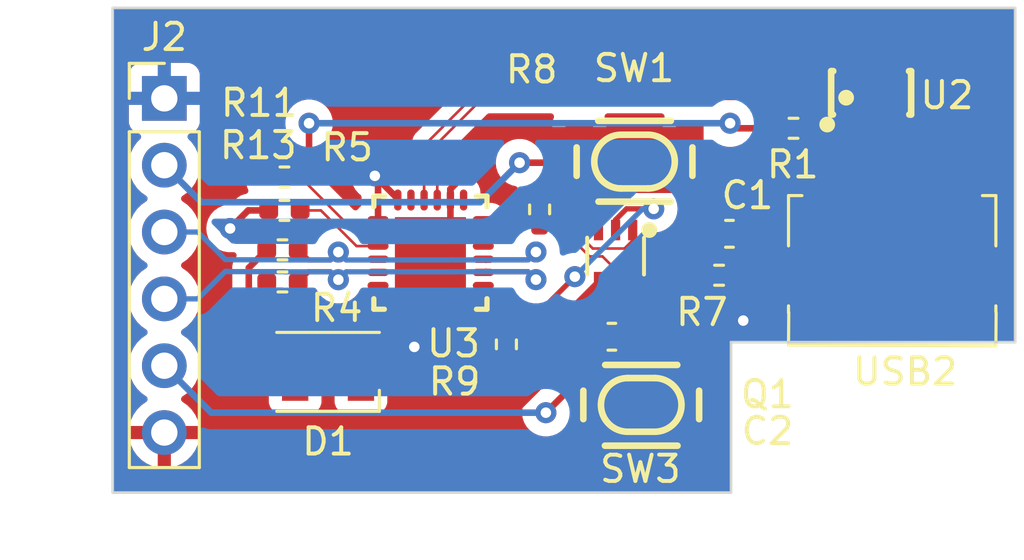
<source format=kicad_pcb>
(kicad_pcb (version 20221018) (generator pcbnew)
  (layers (0 "F.Cu" signal) (31 "B.Cu" signal) (34 "B.Paste" user) (35 "F.Paste" user) (36 "B.SilkS" user "B.Silkscreen") (37 "F.SilkS" user "F.Silkscreen") (38 "B.Mask" user) (39 "F.Mask" user) (44 "Edge.Cuts" user))
  (net 0 "")
  (net 1 "BOOT")
  (net 2 "GND")
  (net 3 "EN")
  (net 5 "+3V3")
  (net 6 "/D-")
  (net 7 "/D+")
  (net 8 "Net-(D1-GA)")
  (net 9 "Net-(D1-BA)")
  (net 10 "DTR")
  (net 11 "Net-(Q1-B2)")
  (net 12 "RTS")
  (net 13 "Net-(Q1-B1)")
  (net 14 "VBUS")
  (net 15 "Net-(U3-VBUS)")
  (net 16 "RX-")
  (net 17 "Net-(U3-RSTb)")
  (net 32 "/DCP+")
  (net 33 "/DCP-")
  (net 34 "RX+")
  (footprint "Resistor_SMD:R_0402_1005Metric_Pad0.72x0.64mm_HandSolder" (layer "F.Cu") (at 152.5817 81.2768 180)
    (fp_text reference "R7" (at 0.6517 -1.4032) (layer "F.SilkS"))
    (fp_text value "10K")
    (fp_line (start -0.167621 -0.38) (end 0.167621 -0.38) (stroke (width 0.12)) (layer "F.SilkS"))
    (fp_line (start -0.167621 0.38) (end 0.167621 0.38) (stroke (width 0.12)) (layer "F.SilkS"))
    (pad "1" smd roundrect (at -0.5975 0 180) (size 0.715 0.64) (layers "F.Cu" "F.Paste" "F.Mask") (net 5 "+3V3"))
    (pad "2" smd roundrect (at 0.5975 0 180) (size 0.715 0.64) (layers "F.Cu" "F.Paste" "F.Mask") (net 1 "BOOT"))
  )
  (footprint "LED_SMD:LED_Cree-PLCC4_3.2x2.8mm_CCW" (layer "F.Cu") (at 137.7224 84.9488 180)
    (fp_text reference "D1" (at 0 -2.65) (layer "F.SilkS"))
    (fp_text value "LED_RKGB")
    (fp_line (start -1.95 -1.5) (end 1.95 -1.5) (stroke (width 0.12)) (layer "F.SilkS"))
    (fp_line (start -1.95 -0.7) (end -1.95 -1.5) (stroke (width 0.12)) (layer "F.SilkS"))
    (fp_line (start -1.95 1.5) (end 1.95 1.5) (stroke (width 0.12)) (layer "F.SilkS"))
    (pad "1" smd rect (at -1.25 -0.7 180) (size 1 0.8) (layers "F.Cu" "F.Paste" "F.Mask"))
    (pad "2" smd rect (at -1.25 0.7 180) (size 1 0.8) (layers "F.Cu" "F.Paste" "F.Mask") (net 5 "+3V3"))
    (pad "3" smd rect (at 1.25 0.7 180) (size 1 0.8) (layers "F.Cu" "F.Paste" "F.Mask") (net 8 "Net-(D1-GA)"))
    (pad "4" smd rect (at 1.25 -0.7 180) (size 1 0.8) (layers "F.Cu" "F.Paste" "F.Mask") (net 9 "Net-(D1-BA)"))
  )
  (footprint "easyeda2kicad:SOT-363_L2.0-W1.3-P0.65-LS2.1-BL" (layer "F.Cu") (at 148.6487 80.549 180)
    (fp_text reference "Q1" (at -5.7713 -5.251) (layer "F.SilkS"))
    (fp_text value "SMBT3904DW1T1G")
    (fp_line (start -1.08 0.7) (end -1.08 -0.7) (stroke (width 0.15)) (layer "F.SilkS"))
    (fp_line (start 1.08 0.7) (end 1.08 -0.7) (stroke (width 0.15)) (layer "F.SilkS"))
    (fp_circle (center -1.28 0.99) (end -1.13 0.99) (stroke (width 0.3)) (fill none) (layer "F.SilkS"))
    (pad "1" smd rect (at -0.65 0.99 180) (size 0.35 0.78) (layers "F.Cu" "F.Paste" "F.Mask") (net 10 "DTR"))
    (pad "2" smd rect (at 0 0.99 180) (size 0.35 0.78) (layers "F.Cu" "F.Paste" "F.Mask") (net 11 "Net-(Q1-B2)"))
    (pad "3" smd rect (at 0.65 0.99 180) (size 0.35 0.78) (layers "F.Cu" "F.Paste" "F.Mask") (net 1 "BOOT"))
    (pad "4" smd rect (at 0.65 -0.99 180) (size 0.35 0.78) (layers "F.Cu" "F.Paste" "F.Mask") (net 12 "RTS"))
    (pad "5" smd rect (at 0 -0.99 180) (size 0.35 0.78) (layers "F.Cu" "F.Paste" "F.Mask") (net 13 "Net-(Q1-B1)"))
    (pad "6" smd rect (at -0.65 -0.99 180) (size 0.35 0.78) (layers "F.Cu" "F.Paste" "F.Mask") (net 3 "EN"))
  )
  (footprint "easyeda2kicad:QFN-24_L4.0-W4.0-P0.50-TL-EP2.6" (layer "F.Cu") (at 141.6222 80.4186 -90)
    (fp_text reference "U3" (at 3.4514 -0.8678 -180) (layer "F.SilkS"))
    (fp_text value "CP2102N-A02-GQFN24R")
    (fp_line (start -2.15 -2.14) (end -1.75 -2.14) (stroke (width 0.2)) (layer "F.SilkS"))
    (fp_line (start -2.15 -1.74) (end -2.15 -2.14) (stroke (width 0.2)) (layer "F.SilkS"))
    (fp_line (start -2.15 2.16) (end -2.15 1.76) (stroke (width 0.2)) (layer "F.SilkS"))
    (fp_line (start -1.75 2.16) (end -2.15 2.16) (stroke (width 0.2)) (layer "F.SilkS"))
    (fp_line (start 1.75 -2.14) (end 2.15 -2.14) (stroke (width 0.2)) (layer "F.SilkS"))
    (fp_line (start 1.75 2.16) (end 2.15 2.16) (stroke (width 0.2)) (layer "F.SilkS"))
    (fp_line (start 2.15 -2.14) (end 2.15 -1.74) (stroke (width 0.2)) (layer "F.SilkS"))
    (fp_line (start 2.15 2.16) (end 2.15 1.76) (stroke (width 0.2)) (layer "F.SilkS"))
    (pad "1" smd oval (at -2 -1.25) (size 0.28 0.8) (layers "F.Cu" "F.Paste" "F.Mask"))
    (pad "2" smd oval (at -2 -0.75) (size 0.28 0.8) (layers "F.Cu" "F.Paste" "F.Mask") (net 2 "GND"))
    (pad "3" smd oval (at -2 -0.25) (size 0.28 0.8) (layers "F.Cu" "F.Paste" "F.Mask") (net 32 "/DCP+"))
    (pad "4" smd oval (at -2 0.25) (size 0.28 0.8) (layers "F.Cu" "F.Paste" "F.Mask") (net 33 "/DCP-"))
    (pad "5" smd oval (at -2 0.75) (size 0.28 0.8) (layers "F.Cu" "F.Paste" "F.Mask"))
    (pad "6" smd oval (at -2 1.25) (size 0.28 0.8) (layers "F.Cu" "F.Paste" "F.Mask") (net 5 "+3V3"))
    (pad "7" smd oval (at -1.25 2 270) (size 0.28 0.8) (layers "F.Cu" "F.Paste" "F.Mask") (net 5 "+3V3"))
    (pad "8" smd oval (at -0.75 2 270) (size 0.28 0.8) (layers "F.Cu" "F.Paste" "F.Mask") (net 15 "Net-(U3-VBUS)"))
    (pad "9" smd oval (at -0.25 2 270) (size 0.28 0.8) (layers "F.Cu" "F.Paste" "F.Mask") (net 17 "Net-(U3-RSTb)"))
    (pad "10" smd oval (at 0.25 2 270) (size 0.28 0.8) (layers "F.Cu" "F.Paste" "F.Mask"))
    (pad "11" smd oval (at 0.75 2 270) (size 0.28 0.8) (layers "F.Cu" "F.Paste" "F.Mask"))
    (pad "12" smd oval (at 1.25 2 270) (size 0.28 0.8) (layers "F.Cu" "F.Paste" "F.Mask"))
    (pad "13" smd oval (at 2 1.25) (size 0.28 0.8) (layers "F.Cu" "F.Paste" "F.Mask"))
    (pad "14" smd oval (at 2 0.75) (size 0.28 0.8) (layers "F.Cu" "F.Paste" "F.Mask"))
    (pad "15" smd oval (at 2 0.25) (size 0.28 0.8) (layers "F.Cu" "F.Paste" "F.Mask"))
    (pad "16" smd oval (at 2 -0.25) (size 0.28 0.8) (layers "F.Cu" "F.Paste" "F.Mask"))
    (pad "17" smd oval (at 2 -0.75) (size 0.28 0.8) (layers "F.Cu" "F.Paste" "F.Mask"))
    (pad "18" smd oval (at 2 -1.24) (size 0.28 0.8) (layers "F.Cu" "F.Paste" "F.Mask"))
    (pad "19" smd oval (at 1.25 -2 270) (size 0.28 0.8) (layers "F.Cu" "F.Paste" "F.Mask") (net 12 "RTS"))
    (pad "20" smd oval (at 0.75 -2 270) (size 0.28 0.8) (layers "F.Cu" "F.Paste" "F.Mask") (net 16 "RX-"))
    (pad "21" smd oval (at 0.25 -2 270) (size 0.28 0.8) (layers "F.Cu" "F.Paste" "F.Mask") (net 34 "RX+"))
    (pad "22" smd oval (at -0.25 -2 270) (size 0.28 0.8) (layers "F.Cu" "F.Paste" "F.Mask"))
    (pad "23" smd oval (at -0.75 -2 270) (size 0.28 0.8) (layers "F.Cu" "F.Paste" "F.Mask") (net 10 "DTR"))
    (pad "24" smd oval (at -1.25 -2 270) (size 0.28 0.8) (layers "F.Cu" "F.Paste" "F.Mask"))
    (pad "25" smd rect (at 0 0.01 270) (size 2.7 2.7) (layers "F.Cu" "F.Paste" "F.Mask") (net 2 "GND"))
  )
  (footprint "Capacitor_SMD:C_0603_1608Metric_Pad1.08x0.95mm_HandSolder" (layer "F.Cu") (at 152.9771 79.702)
    (fp_text reference "C1" (at 0.6829 -1.462) (layer "F.SilkS"))
    (fp_text value "0.1uF")
    (fp_line (start -0.146267 -0.51) (end 0.146267 -0.51) (stroke (width 0.12)) (layer "F.SilkS"))
    (fp_line (start -0.146267 0.51) (end 0.146267 0.51) (stroke (width 0.12)) (layer "F.SilkS"))
    (pad "1" smd roundrect (at -0.8625 0) (size 1.075 0.95) (layers "F.Cu" "F.Paste" "F.Mask") (net 1 "BOOT"))
    (pad "2" smd roundrect (at 0.8625 0) (size 1.075 0.95) (layers "F.Cu" "F.Paste" "F.Mask") (net 2 "GND"))
  )
  (footprint "Resistor_SMD:R_0402_1005Metric_Pad0.72x0.64mm_HandSolder" (layer "F.Cu") (at 144.5 83.9025 -90)
    (fp_text reference "R9" (at 1.4175 1.97) (layer "F.SilkS"))
    (fp_text value "10K")
    (fp_line (start -0.167621 -0.38) (end 0.167621 -0.38) (stroke (width 0.12)) (layer "F.SilkS"))
    (fp_line (start -0.167621 0.38) (end 0.167621 0.38) (stroke (width 0.12)) (layer "F.SilkS"))
    (pad "1" smd roundrect (at -0.5975 0 270) (size 0.715 0.64) (layers "F.Cu" "F.Paste" "F.Mask") (net 11 "Net-(Q1-B2)"))
    (pad "2" smd roundrect (at 0.5975 0 270) (size 0.715 0.64) (layers "F.Cu" "F.Paste" "F.Mask") (net 12 "RTS"))
  )
  (footprint "easyeda2kicad:KEY-SMD_4P-L4.2-W3.2-P2.20-LS4.6" (layer "F.Cu") (at 149.3692 76.9588 180)
    (fp_text reference "SW1" (at 0.0192 3.5488) (layer "F.SilkS"))
    (fp_text value "SKRPABE010")
    (fp_line (start -2.2 -0.54) (end -2.2 0.54) (stroke (width 0.25)) (layer "F.SilkS"))
    (fp_line (start -1.38 1.55) (end 1.38 1.55) (stroke (width 0.25)) (layer "F.SilkS"))
    (fp_line (start -0.51 -1.02) (end 0.51 -1.02) (stroke (width 0.25)) (layer "F.SilkS"))
    (fp_line (start -0.51 1.02) (end 0.51 1.02) (stroke (width 0.25)) (layer "F.SilkS"))
    (fp_line (start 1.37 -1.52) (end -1.37 -1.52) (stroke (width 0.25)) (layer "F.SilkS"))
    (fp_line (start 2.2 -0.54) (end 2.2 0.54) (stroke (width 0.25)) (layer "F.SilkS"))
    (fp_arc (start -0.51 1.02) (mid -1.53 0) (end -0.51 -1.02) (stroke (width 0.25)) (layer "F.SilkS"))
    (fp_arc (start 0.51 -1.02) (mid 1.53 0) (end 0.51 1.02) (stroke (width 0.25)) (layer "F.SilkS"))
    (pad "1" smd rect (at -2.1 -1.07 180) (size 1.05 0.7) (layers "F.Cu" "F.Paste" "F.Mask") (net 1 "BOOT"))
    (pad "2" smd rect (at 2.1 -1.07 180) (size 1.05 0.7) (layers "F.Cu" "F.Paste" "F.Mask") (net 1 "BOOT"))
    (pad "3" smd rect (at -2.1 1.07 180) (size 1.05 0.7) (layers "F.Cu" "F.Paste" "F.Mask") (net 2 "GND"))
    (pad "4" smd rect (at 2.1 1.07 180) (size 1.05 0.7) (layers "F.Cu" "F.Paste" "F.Mask") (net 2 "GND"))
  )
  (footprint "Resistor_SMD:R_0402_1005Metric_Pad0.72x0.64mm_HandSolder" (layer "F.Cu") (at 155.4105 75.692 180)
    (fp_text reference "R1" (at 0.0305 -1.378) (layer "F.SilkS"))
    (fp_text value "22.1k")
    (fp_line (start -0.167621 -0.38) (end 0.167621 -0.38) (stroke (width 0.12)) (layer "F.SilkS"))
    (fp_line (start -0.167621 0.38) (end 0.167621 0.38) (stroke (width 0.12)) (layer "F.SilkS"))
    (pad "1" smd roundrect (at -0.5975 0 180) (size 0.715 0.64) (layers "F.Cu" "F.Paste" "F.Mask") (net 14 "VBUS"))
    (pad "2" smd roundrect (at 0.5975 0 180) (size 0.715 0.64) (layers "F.Cu" "F.Paste" "F.Mask") (net 15 "Net-(U3-VBUS)"))
  )
  (footprint "Resistor_SMD:R_0402_1005Metric_Pad0.72x0.64mm_HandSolder" (layer "F.Cu") (at 135.9901 80.3116)
    (fp_text reference "R4" (at 2.0599 2.2134) (layer "F.SilkS"))
    (fp_text value "10K")
    (fp_line (start -0.167621 -0.38) (end 0.167621 -0.38) (stroke (width 0.12)) (layer "F.SilkS"))
    (fp_line (start -0.167621 0.38) (end 0.167621 0.38) (stroke (width 0.12)) (layer "F.SilkS"))
    (pad "1" smd roundrect (at -0.5975 0) (size 0.715 0.64) (layers "F.Cu" "F.Paste" "F.Mask") (net 9 "Net-(D1-BA)"))
    (pad "2" smd roundrect (at 0.5975 0) (size 0.715 0.64) (layers "F.Cu" "F.Paste" "F.Mask") (net 34 "RX+"))
  )
  (footprint "Capacitor_SMD:C_0603_1608Metric_Pad1.08x0.95mm_HandSolder" (layer "F.Cu") (at 148.5067 83.6136 180)
    (fp_text reference "C2" (at -5.9133 -3.5864) (layer "F.SilkS"))
    (fp_text value "0.1uF")
    (fp_line (start -0.146267 -0.51) (end 0.146267 -0.51) (stroke (width 0.12)) (layer "F.SilkS"))
    (fp_line (start -0.146267 0.51) (end 0.146267 0.51) (stroke (width 0.12)) (layer "F.SilkS"))
    (pad "1" smd roundrect (at -0.8625 0 180) (size 1.075 0.95) (layers "F.Cu" "F.Paste" "F.Mask") (net 3 "EN"))
    (pad "2" smd roundrect (at 0.8625 0 180) (size 1.075 0.95) (layers "F.Cu" "F.Paste" "F.Mask") (net 2 "GND"))
  )
  (footprint "easyeda2kicad:KEY-SMD_4P-L4.2-W3.2-P2.20-LS4.6" (layer "F.Cu") (at 149.6232 86.2044)
    (fp_text reference "SW3" (at -0.0332 2.4356) (layer "F.SilkS"))
    (fp_text value "SKRPABE010")
    (fp_line (start -2.2 -0.54) (end -2.2 0.54) (stroke (width 0.25)) (layer "F.SilkS"))
    (fp_line (start -1.38 1.55) (end 1.38 1.55) (stroke (width 0.25)) (layer "F.SilkS"))
    (fp_line (start -0.51 -1.02) (end 0.51 -1.02) (stroke (width 0.25)) (layer "F.SilkS"))
    (fp_line (start -0.51 1.02) (end 0.51 1.02) (stroke (width 0.25)) (layer "F.SilkS"))
    (fp_line (start 1.37 -1.52) (end -1.37 -1.52) (stroke (width 0.25)) (layer "F.SilkS"))
    (fp_line (start 2.2 -0.54) (end 2.2 0.54) (stroke (width 0.25)) (layer "F.SilkS"))
    (fp_arc (start -0.51 1.02) (mid -1.53 0) (end -0.51 -1.02) (stroke (width 0.25)) (layer "F.SilkS"))
    (fp_arc (start 0.51 -1.02) (mid 1.53 0) (end 0.51 1.02) (stroke (width 0.25)) (layer "F.SilkS"))
    (pad "1" smd rect (at -2.1 -1.07) (size 1.05 0.7) (layers "F.Cu" "F.Paste" "F.Mask") (net 3 "EN"))
    (pad "2" smd rect (at 2.1 -1.07) (size 1.05 0.7) (layers "F.Cu" "F.Paste" "F.Mask") (net 3 "EN"))
    (pad "3" smd rect (at -2.1 1.07) (size 1.05 0.7) (layers "F.Cu" "F.Paste" "F.Mask") (net 2 "GND"))
    (pad "4" smd rect (at 2.1 1.07) (size 1.05 0.7) (layers "F.Cu" "F.Paste" "F.Mask") (net 2 "GND"))
  )
  (footprint "Resistor_SMD:R_0402_1005Metric_Pad0.72x0.64mm_HandSolder" (layer "F.Cu") (at 145.7624 78.7755 -90)
    (fp_text reference "R8" (at -5.3155 0.3024 -180) (layer "F.SilkS"))
    (fp_text value "10K")
    (fp_line (start -0.167621 -0.38) (end 0.167621 -0.38) (stroke (width 0.12)) (layer "F.SilkS"))
    (fp_line (start -0.167621 0.38) (end 0.167621 0.38) (stroke (width 0.12)) (layer "F.SilkS"))
    (pad "1" smd roundrect (at -0.5975 0 270) (size 0.715 0.64) (layers "F.Cu" "F.Paste" "F.Mask") (net 10 "DTR"))
    (pad "2" smd roundrect (at 0.5975 0 270) (size 0.715 0.64) (layers "F.Cu" "F.Paste" "F.Mask") (net 13 "Net-(Q1-B1)"))
  )
  (footprint "Connector_PinHeader_2.54mm:PinHeader_1x06_P2.54mm_Vertical" (layer "F.Cu") (at 131.5 74.555)
    (fp_text reference "J2" (at 0 -2.33) (layer "F.SilkS"))
    (fp_text value "Conn_01x06_Pin")
    (fp_line (start -1.33 -1.33) (end 0 -1.33) (stroke (width 0.12)) (layer "F.SilkS"))
    (fp_line (start -1.33 0) (end -1.33 -1.33) (stroke (width 0.12)) (layer "F.SilkS"))
    (fp_line (start -1.33 1.27) (end -1.33 14.03) (stroke (width 0.12)) (layer "F.SilkS"))
    (fp_line (start -1.33 1.27) (end 1.33 1.27) (stroke (width 0.12)) (layer "F.SilkS"))
    (fp_line (start -1.33 14.03) (end 1.33 14.03) (stroke (width 0.12)) (layer "F.SilkS"))
    (fp_line (start 1.33 1.27) (end 1.33 14.03) (stroke (width 0.12)) (layer "F.SilkS"))
    (pad "1" thru_hole rect (at 0 0) (size 1.7 1.7) (drill 1) (layers "*.Cu" "*.Mask") (net 5 "+3V3"))
    (pad "2" thru_hole oval (at 0 2.54) (size 1.7 1.7) (drill 1) (layers "*.Cu" "*.Mask") (net 1 "BOOT"))
    (pad "3" thru_hole oval (at 0 5.08) (size 1.7 1.7) (drill 1) (layers "*.Cu" "*.Mask") (net 34 "RX+"))
    (pad "4" thru_hole oval (at 0 7.62) (size 1.7 1.7) (drill 1) (layers "*.Cu" "*.Mask") (net 16 "RX-"))
    (pad "5" thru_hole oval (at 0 10.16) (size 1.7 1.7) (drill 1) (layers "*.Cu" "*.Mask") (net 3 "EN"))
    (pad "6" thru_hole oval (at 0 12.7) (size 1.7 1.7) (drill 1) (layers "*.Cu" "*.Mask") (net 2 "GND"))
  )
  (footprint "easyeda2kicad:MICRO-USB-SMD_47346-0001" (layer "F.Cu") (at 159.14 79.97)
    (fp_text reference "USB2" (at 0.51 4.97) (layer "F.SilkS"))
    (fp_text value "47346-0001")
    (fp_line (start -3.92 -1.72) (end -3.41 -1.72) (stroke (width 0.12)) (layer "F.SilkS"))
    (fp_line (start -3.92 0.19) (end -3.92 -1.72) (stroke (width 0.12)) (layer "F.SilkS"))
    (fp_line (start -3.92 2.73) (end -3.92 2.47) (stroke (width 0.12)) (layer "F.SilkS"))
    (fp_line (start -3.92 3.96) (end 3.96 3.99) (stroke (width 0.12)) (layer "F.SilkS"))
    (fp_line (start -3.91 2.72) (end -3.92 3.96) (stroke (width 0.12)) (layer "F.SilkS"))
    (fp_line (start 3.96 -1.72) (end 3.45 -1.72) (stroke (width 0.12)) (layer "F.SilkS"))
    (fp_line (start 3.96 0.19) (end 3.96 -1.72) (stroke (width 0.12)) (layer "F.SilkS"))
    (fp_line (start 3.96 2.47) (end 3.96 2.7) (stroke (width 0.12)) (layer "F.SilkS"))
    (fp_line (start 3.96 3.99) (end 3.97 2.73) (stroke (width 0.12)) (layer "F.SilkS"))
    (pad "1" smd rect (at -1.28 -1.33 90) (size 1.38 0.45) (layers "F.Cu" "F.Paste" "F.Mask") (net 14 "VBUS"))
    (pad "2" smd rect (at -0.63 -1.33 90) (size 1.38 0.45) (layers "F.Cu" "F.Paste" "F.Mask") (net 6 "/D-"))
    (pad "3" smd rect (at 0.02 -1.33 90) (size 1.38 0.45) (layers "F.Cu" "F.Paste" "F.Mask") (net 7 "/D+"))
    (pad "4" smd rect (at 0.67 -1.33 90) (size 1.38 0.45) (layers "F.Cu" "F.Paste" "F.Mask"))
    (pad "5" smd rect (at 1.32 -1.33 90) (size 1.38 0.45) (layers "F.Cu" "F.Paste" "F.Mask") (net 2 "GND"))
    (pad "6" smd rect (at -3.01 1.33 90) (size 1.9 2.38) (layers "F.Cu" "F.Paste" "F.Mask") (net 2 "GND"))
    (pad "6" smd rect (at -2.49 -0.97 90) (size 2.1 1.48) (layers "F.Cu" "F.Paste" "F.Mask") (net 2 "GND"))
    (pad "6" smd rect (at -0.82 1.33 90) (size 1.9 1.18) (layers "F.Cu" "F.Paste" "F.Mask") (net 2 "GND"))
    (pad "6" smd rect (at 0.86 1.33 90) (size 1.9 1.18) (layers "F.Cu" "F.Paste" "F.Mask") (net 2 "GND"))
    (pad "6" smd rect (at 2.53 -0.97 90) (size 2.1 1.48) (layers "F.Cu" "F.Paste" "F.Mask") (net 2 "GND"))
    (pad "6" smd rect (at 3.01 1.33 90) (size 1.9 2.38) (layers "F.Cu" "F.Paste" "F.Mask") (net 2 "GND"))
  )
  (footprint "Resistor_SMD:R_0402_1005Metric_Pad0.72x0.64mm_HandSolder" (layer "F.Cu") (at 136.0651 77.543)
    (fp_text reference "R11" (at -0.9551 -2.813) (layer "F.SilkS"))
    (fp_text value "47.5k")
    (fp_line (start -0.167621 -0.38) (end 0.167621 -0.38) (stroke (width 0.12)) (layer "F.SilkS"))
    (fp_line (start -0.167621 0.38) (end 0.167621 0.38) (stroke (width 0.12)) (layer "F.SilkS"))
    (pad "1" smd roundrect (at -0.5975 0) (size 0.715 0.64) (layers "F.Cu" "F.Paste" "F.Mask") (net 2 "GND"))
    (pad "2" smd roundrect (at 0.5975 0) (size 0.715 0.64) (layers "F.Cu" "F.Paste" "F.Mask") (net 15 "Net-(U3-VBUS)"))
  )
  (footprint "Resistor_SMD:R_0402_1005Metric_Pad0.72x0.64mm_HandSolder" (layer "F.Cu") (at 136.0651 78.813)
    (fp_text reference "R13" (at -0.9951 -2.473) (layer "F.SilkS"))
    (fp_text value "1K")
    (fp_line (start -0.167621 -0.38) (end 0.167621 -0.38) (stroke (width 0.12)) (layer "F.SilkS"))
    (fp_line (start -0.167621 0.38) (end 0.167621 0.38) (stroke (width 0.12)) (layer "F.SilkS"))
    (pad "1" smd roundrect (at -0.5975 0) (size 0.715 0.64) (layers "F.Cu" "F.Paste" "F.Mask") (net 5 "+3V3"))
    (pad "2" smd roundrect (at 0.5975 0) (size 0.715 0.64) (layers "F.Cu" "F.Paste" "F.Mask") (net 17 "Net-(U3-RSTb)"))
  )
  (footprint "easyeda2kicad:TSOP-6_L3.0-W1.5-P0.95-LS2.8-BL" (layer "F.Cu") (at 158.36 74.28)
    (fp_text reference "U2" (at 2.88 0.16) (layer "F.SilkS"))
    (fp_text value "STF202-22T1G")
    (fp_line (start -1.52 -0.76) (end -1.52 0.89) (stroke (width 0.25)) (layer "F.SilkS"))
    (fp_line (start -1.52 0.89) (end -1.45 0.89) (stroke (width 0.25)) (layer "F.SilkS"))
    (fp_line (start -1.44 -0.76) (end -1.52 -0.76) (stroke (width 0.25)) (layer "F.SilkS"))
    (fp_line (start 1.45 0.89) (end 1.52 0.89) (stroke (width 0.25)) (layer "F.SilkS"))
    (fp_line (start 1.52 -0.76) (end 1.44 -0.76) (stroke (width 0.25)) (layer "F.SilkS"))
    (fp_line (start 1.52 0.89) (end 1.52 -0.76) (stroke (width 0.25)) (layer "F.SilkS"))
    (fp_circle (center -1.67 1.27) (end -1.52 1.27) (stroke (width 0.3)) (fill none) (layer "F.SilkS"))
    (fp_circle (center -0.95 0.25) (end -0.8 0.25) (stroke (width 0.3)) (fill none) (layer "F.SilkS"))
    (pad "1" smd oval (at -0.95 1.27) (size 0.53 1.34) (layers "F.Cu" "F.Paste" "F.Mask") (net 14 "VBUS"))
    (pad "2" smd oval (at 0 1.27) (size 0.53 1.34) (layers "F.Cu" "F.Paste" "F.Mask") (net 6 "/D-"))
    (pad "3" smd oval (at 0.95 1.27) (size 0.53 1.34) (layers "F.Cu" "F.Paste" "F.Mask") (net 7 "/D+"))
    (pad "4" smd oval (at 0.95 -1.27) (size 0.53 1.34) (layers "F.Cu" "F.Paste" "F.Mask") (net 32 "/DCP+"))
    (pad "5" smd oval (at 0 -1.27) (size 0.53 1.34) (layers "F.Cu" "F.Paste" "F.Mask") (net 33 "/DCP-"))
    (pad "6" smd oval (at -0.95 -1.27) (size 0.53 1.34) (layers "F.Cu" "F.Paste" "F.Mask") (net 2 "GND"))
  )
  (footprint "Resistor_SMD:R_0402_1005Metric_Pad0.72x0.64mm_HandSolder" (layer "F.Cu") (at 135.9901 81.5308)
    (fp_text reference "R5" (at 2.4599 -5.1108) (layer "F.SilkS"))
    (fp_text value "10K")
    (fp_line (start -0.167621 -0.38) (end 0.167621 -0.38) (stroke (width 0.12)) (layer "F.SilkS"))
    (fp_line (start -0.167621 0.38) (end 0.167621 0.38) (stroke (width 0.12)) (layer "F.SilkS"))
    (pad "1" smd roundrect (at -0.5975 0) (size 0.715 0.64) (layers "F.Cu" "F.Paste" "F.Mask") (net 8 "Net-(D1-GA)"))
    (pad "2" smd roundrect (at 0.5975 0) (size 0.715 0.64) (layers "F.Cu" "F.Paste" "F.Mask") (net 16 "RX-"))
  )
  (gr_line (start 163.83 83.82) (end 163.83 71.12) (stroke (width 0.1)) (layer "Edge.Cuts"))
  (gr_line (start 129.54 89.535) (end 153.035 89.535) (stroke (width 0.1)) (layer "Edge.Cuts"))
  (gr_line (start 163.83 71.12) (end 129.54 71.12) (stroke (width 0.1)) (layer "Edge.Cuts"))
  (gr_line (start 129.54 71.12) (end 129.54 89.535) (stroke (width 0.1)) (layer "Edge.Cuts"))
  (gr_line (start 153.035 89.535) (end 153.035 83.82) (stroke (width 0.1)) (layer "Edge.Cuts"))
  (gr_line (start 153.035 83.82) (end 163.83 83.82) (stroke (width 0.1)) (layer "Edge.Cuts"))
  (segment (start 147.2692 78.0288) (end 151.4692 78.0288) (width 0.25) (layer "F.Cu") (net 1))
  (segment (start 147.2692 78.0288) (end 146.2404 77) (width 0.25) (layer "F.Cu") (net 1))
  (segment (start 147.9987 78.7583) (end 147.9987 79.559) (width 0.1) (layer "F.Cu") (net 1))
  (segment (start 151.4692 78.0288) (end 151.4692 79.0566) (width 0.25) (layer "F.Cu") (net 1))
  (segment (start 147.2692 78.0288) (end 147.9987 78.7583) (width 0.1) (layer "F.Cu") (net 1))
  (segment (start 151.4692 79.0566) (end 152.1146 79.702) (width 0.25) (layer "F.Cu") (net 1))
  (segment (start 146.2404 77) (end 145 77) (width 0.25) (layer "F.Cu") (net 1))
  (segment (start 152.1146 81.1464) (end 151.9842 81.2768) (width 0.25) (layer "F.Cu") (net 1))
  (segment (start 152.1146 79.702) (end 152.1146 81.1464) (width 0.25) (layer "F.Cu") (net 1))
  (via (at 145 77) (size 0.8) (drill 0.4) (layers "F.Cu" "B.Cu") (net 1))
  (segment (start 145 77) (end 143.5 78.5) (width 0.25) (layer "B.Cu") (net 1))
  (segment (start 132.905 78.5) (end 131.5 77.095) (width 0.25) (layer "B.Cu") (net 1))
  (segment (start 143.5 78.5) (end 132.905 78.5) (width 0.25) (layer "B.Cu") (net 1))
  (segment (start 142.3722 78.00099) (end 142.3722 79.6586) (width 0.25) (layer "F.Cu") (net 2))
  (segment (start 142.3722 79.6586) (end 141.6122 80.4186) (width 0.25) (layer "F.Cu") (net 2))
  (segment (start 162.15 81.3) (end 162.15 79.48) (width 0.25) (layer "F.Cu") (net 2))
  (segment (start 162.15 79.48) (end 161.67 79) (width 0.25) (layer "F.Cu") (net 2))
  (segment (start 156.13 81.3) (end 162.15 81.3) (width 0.25) (layer "F.Cu") (net 2))
  (segment (start 156.13 79.57) (end 156.7 79) (width 0.25) (layer "F.Cu") (net 2))
  (segment (start 161.26 78.64) (end 161.62 79) (width 0.25) (layer "F.Cu") (net 2))
  (segment (start 143.37319 77) (end 142.3722 78.00099) (width 0.25) (layer "F.Cu") (net 2))
  (segment (start 144.2578 87) (end 143 87) (width 0.25) (layer "F.Cu") (net 2))
  (segment (start 147.6442 83.6136) (end 144.2578 87) (width 0.25) (layer "F.Cu") (net 2))
  (segment (start 143.37319 77) (end 143.5 77) (width 0.25) (layer "F.Cu") (net 2))
  (segment (start 156.13 81.3) (end 156.13 79.57) (width 0.25) (layer "F.Cu") (net 2))
  (segment (start 154.51 73.01) (end 154.5 73) (width 0.25) (layer "F.Cu") (net 2))
  (segment (start 157.41 73.01) (end 154.51 73.01) (width 0.25) (layer "F.Cu") (net 2))
  (segment (start 142.3722 78.4186) (end 142.3722 78.00099) (width 0.25) (layer "F.Cu") (net 2))
  (segment (start 160.46 78.64) (end 161.26 78.64) (width 0.25) (layer "F.Cu") (net 2))
  (segment (start 147.3656 85.1344) (end 146 86.5) (width 0.25) (layer "F.Cu") (net 3))
  (segment (start 150.2024 83.6136) (end 151.7232 85.1344) (width 0.25) (layer "F.Cu") (net 3))
  (segment (start 147.8484 85.1344) (end 149.3692 83.6136) (width 0.25) (layer "F.Cu") (net 3))
  (segment (start 149.3692 83.6136) (end 149.3692 81.6095) (width 0.25) (layer "F.Cu") (net 3))
  (segment (start 147.5232 85.1344) (end 147.8484 85.1344) (width 0.25) (layer "F.Cu") (net 3))
  (segment (start 149.3692 81.6095) (end 149.2987 81.539) (width 0.25) (layer "F.Cu") (net 3))
  (segment (start 147.5232 85.1344) (end 147.3656 85.1344) (width 0.25) (layer "F.Cu") (net 3))
  (segment (start 149.3692 83.6136) (end 150.2024 83.6136) (width 0.25) (layer "F.Cu") (net 3))
  (via (at 146 86.5) (size 0.8) (drill 0.4) (layers "F.Cu" "B.Cu") (net 3))
  (segment (start 146 86.5) (end 133.285 86.5) (width 0.25) (layer "B.Cu") (net 3))
  (segment (start 133.285 86.5) (end 131.5 84.715) (width 0.25) (layer "B.Cu") (net 3))
  (segment (start 153.1792 82.6792) (end 153.5 83) (width 0.25) (layer "F.Cu") (net 5))
  (segment (start 138.9724 84.2488) (end 140.7512 84.2488) (width 0.25) (layer "F.Cu") (net 5))
  (segment (start 153.1792 81.2768) (end 153.1792 82.6792) (width 0.25) (layer "F.Cu") (net 5))
  (segment (start 139.6222 77.6222) (end 139.5 77.5) (width 0.25) (layer "F.Cu") (net 5))
  (segment (start 140.3722 78.4186) (end 140.3722 78.3722) (width 0.25) (layer "F.Cu") (net 5))
  (segment (start 139.6222 79.1686) (end 139.6222 77.6222) (width 0.25) (layer "F.Cu") (net 5))
  (segment (start 135.4676 78.813) (end 134.687 78.813) (width 0.25) (layer "F.Cu") (net 5))
  (segment (start 140.3722 78.3722) (end 139.5 77.5) (width 0.25) (layer "F.Cu") (net 5))
  (segment (start 140.7512 84.2488) (end 141 84) (width 0.25) (layer "F.Cu") (net 5))
  (segment (start 134.687 78.813) (end 134 79.5) (width 0.25) (layer "F.Cu") (net 5))
  (via (at 134 79.5) (size 0.8) (drill 0.4) (layers "F.Cu" "B.Cu") (net 5))
  (via (at 139.5 77.5) (size 0.8) (drill 0.4) (layers "F.Cu" "B.Cu") (net 5))
  (via (at 153.5 83) (size 0.8) (drill 0.4) (layers "F.Cu" "B.Cu") (net 5))
  (via (at 141 84) (size 0.8) (drill 0.4) (layers "F.Cu" "B.Cu") (net 5))
  (segment (start 158.36 75.55) (end 158.36 76.555001) (width 0.1) (layer "F.Cu") (net 6))
  (segment (start 158.685 76.880001) (end 158.685 77.429999) (width 0.1) (layer "F.Cu") (net 6))
  (segment (start 158.51 77.604999) (end 158.51 78.64) (width 0.1) (layer "F.Cu") (net 6))
  (segment (start 158.685 77.429999) (end 158.51 77.604999) (width 0.1) (layer "F.Cu") (net 6))
  (segment (start 158.36 76.555001) (end 158.685 76.880001) (width 0.1) (layer "F.Cu") (net 6))
  (segment (start 159.31 76.555001) (end 158.985 76.880001) (width 0.1) (layer "F.Cu") (net 7))
  (segment (start 159.16 77.604999) (end 159.16 78.64) (width 0.1) (layer "F.Cu") (net 7))
  (segment (start 158.985 76.880001) (end 158.985 77.429999) (width 0.1) (layer "F.Cu") (net 7))
  (segment (start 158.985 77.429999) (end 159.16 77.604999) (width 0.1) (layer "F.Cu") (net 7))
  (segment (start 159.31 75.55) (end 159.31 76.555001) (width 0.1) (layer "F.Cu") (net 7))
  (segment (start 135.3926 83.169) (end 136.4724 84.2488) (width 0.25) (layer "F.Cu") (net 8))
  (segment (start 135.3926 81.5308) (end 135.3926 83.169) (width 0.25) (layer "F.Cu") (net 8))
  (segment (start 134.7101 83.8865) (end 136.4724 85.6488) (width 0.25) (layer "F.Cu") (net 9))
  (segment (start 134.7101 80.9941) (end 134.7101 83.8865) (width 0.25) (layer "F.Cu") (net 9))
  (segment (start 135.3926 80.3116) (end 134.7101 80.9941) (width 0.25) (layer "F.Cu") (net 9))
  (segment (start 143.6222 79.6686) (end 144.2718 79.6686) (width 0.1) (layer "F.Cu") (net 10))
  (segment (start 145.7624 78.178) (end 145.7624 78.241254) (width 0.1) (layer "F.Cu") (net 10))
  (segment (start 147.781946 80.2608) (end 148.9869 80.2608) (width 0.1) (layer "F.Cu") (net 10))
  (segment (start 144.2718 79.6686) (end 145.7624 78.178) (width 0.1) (layer "F.Cu") (net 10))
  (segment (start 149.2987 79.949) (end 149.2987 79.559) (width 0.1) (layer "F.Cu") (net 10))
  (segment (start 148.9869 80.2608) (end 149.2987 79.949) (width 0.1) (layer "F.Cu") (net 10))
  (segment (start 145.7624 78.241254) (end 147.781946 80.2608) (width 0.1) (layer "F.Cu") (net 10))
  (segment (start 148.6487 79.169) (end 148.6487 79.559) (width 0.2) (layer "F.Cu") (net 11))
  (segment (start 145.1262 83.305) (end 147.1004 81.3308) (width 0.2) (layer "F.Cu") (net 11))
  (segment (start 144.5 83.305) (end 145.1262 83.305) (width 0.2) (layer "F.Cu") (net 11))
  (segment (start 149.0644 78.7533) (end 148.6487 79.169) (width 0.2) (layer "F.Cu") (net 11))
  (segment (start 150.0976 78.7533) (end 149.0644 78.7533) (width 0.2) (layer "F.Cu") (net 11))
  (via (at 147.1004 81.3308) (size 0.8) (drill 0.4) (layers "F.Cu" "B.Cu") (net 11))
  (via (at 150.0976 78.7533) (size 0.8) (drill 0.4) (layers "F.Cu" "B.Cu") (net 11))
  (segment (start 149.6779 78.7533) (end 150.0976 78.7533) (width 0.2) (layer "B.Cu") (net 11))
  (segment (start 147.1004 81.3308) (end 149.6779 78.7533) (width 0.2) (layer "B.Cu") (net 11))
  (segment (start 145.0377 84.5) (end 147.9987 81.539) (width 0.25) (layer "F.Cu") (net 12))
  (segment (start 143.6222 83.6222) (end 144.5 84.5) (width 0.2) (layer "F.Cu") (net 12))
  (segment (start 144.5 84.5) (end 145.0377 84.5) (width 0.25) (layer "F.Cu") (net 12))
  (segment (start 143.6222 81.6686) (end 143.6222 83.6222) (width 0.2) (layer "F.Cu") (net 12))
  (segment (start 145.7624 79.373) (end 146.469882 79.373) (width 0.1) (layer "F.Cu") (net 13))
  (segment (start 146.469882 79.373) (end 147.657682 80.5608) (width 0.1) (layer "F.Cu") (net 13))
  (segment (start 147.657682 80.5608) (end 148.15 80.5608) (width 0.1) (layer "F.Cu") (net 13))
  (segment (start 148.6487 81.0595) (end 148.6487 81.539) (width 0.1) (layer "F.Cu") (net 13))
  (segment (start 148.15 80.5608) (end 148.6487 81.0595) (width 0.1) (layer "F.Cu") (net 13))
  (segment (start 157.268 75.692) (end 157.41 75.55) (width 0.25) (layer "F.Cu") (net 14))
  (segment (start 157.41 75.55) (end 157.41 76.22) (width 0.25) (layer "F.Cu") (net 14))
  (segment (start 157.86 76.67) (end 157.86 78.64) (width 0.25) (layer "F.Cu") (net 14))
  (segment (start 156.008 75.692) (end 157.268 75.692) (width 0.25) (layer "F.Cu") (net 14))
  (segment (start 157.41 76.22) (end 157.86 76.67) (width 0.25) (layer "F.Cu") (net 14))
  (segment (start 138.7882 79.6686) (end 139.6222 79.6686) (width 0.1) (layer "F.Cu") (net 15))
  (segment (start 137 75.5) (end 137 77.2056) (width 0.25) (layer "F.Cu") (net 15))
  (segment (start 136.6626 77.543) (end 138.7882 79.6686) (width 0.1) (layer "F.Cu") (net 15))
  (segment (start 153.192 75.692) (end 153 75.5) (width 0.25) (layer "F.Cu") (net 15))
  (segment (start 154.813 75.692) (end 153.192 75.692) (width 0.25) (layer "F.Cu") (net 15))
  (segment (start 137 77.2056) (end 136.6626 77.543) (width 0.25) (layer "F.Cu") (net 15))
  (via (at 137 75.5) (size 0.8) (drill 0.4) (layers "F.Cu" "B.Cu") (net 15))
  (via (at 153 75.5) (size 0.8) (drill 0.4) (layers "F.Cu" "B.Cu") (net 15))
  (segment (start 153 75.5) (end 137 75.5) (width 0.25) (layer "B.Cu") (net 15))
  (segment (start 143.6222 81.1686) (end 143.722199 81.068601) (width 0.1) (layer "F.Cu") (net 16))
  (segment (start 143.647199 81.143601) (end 145.322101 81.143601) (width 0.2) (layer "F.Cu") (net 16))
  (segment (start 136.972199 81.146201) (end 137.813177 81.146201) (width 0.2) (layer "F.Cu") (net 16))
  (segment (start 143.6222 81.1686) (end 143.647199 81.143601) (width 0.2) (layer "F.Cu") (net 16))
  (segment (start 137.813177 81.146201) (end 138.113176 81.4462) (width 0.2) (layer "F.Cu") (net 16))
  (segment (start 145.322101 81.143601) (end 145.6221 81.4436) (width 0.2) (layer "F.Cu") (net 16))
  (segment (start 136.5876 81.5308) (end 136.972199 81.146201) (width 0.2) (layer "F.Cu") (net 16))
  (via (at 138.113176 81.4462) (size 0.8) (drill 0.4) (layers "F.Cu" "B.Cu") (net 16))
  (via (at 145.6221 81.4436) (size 0.8) (drill 0.4) (layers "F.Cu" "B.Cu") (net 16))
  (segment (start 133.947995 81.13) (end 133.957395 81.1394) (width 0.2) (layer "B.Cu") (net 16))
  (segment (start 142.575206 81.1462) (end 142.577805 81.143601) (width 0.2) (layer "B.Cu") (net 16))
  (segment (start 145.322101 81.143601) (end 145.6221 81.4436) (width 0.2) (layer "B.Cu") (net 16))
  (segment (start 138.413176 81.1462) (end 142.575206 81.1462) (width 0.2) (layer "B.Cu") (net 16))
  (segment (start 132.775001 82.175) (end 133.820001 81.13) (width 0.2) (layer "B.Cu") (net 16))
  (segment (start 131.5 82.175) (end 132.775001 82.175) (width 0.2) (layer "B.Cu") (net 16))
  (segment (start 133.957395 81.1394) (end 136.0768 81.1394) (width 0.2) (layer "B.Cu") (net 16))
  (segment (start 136.083601 81.146201) (end 137.813177 81.146201) (width 0.2) (layer "B.Cu") (net 16))
  (segment (start 138.113176 81.4462) (end 138.413176 81.1462) (width 0.2) (layer "B.Cu") (net 16))
  (segment (start 133.820001 81.13) (end 133.947995 81.13) (width 0.2) (layer "B.Cu") (net 16))
  (segment (start 136.0768 81.1394) (end 136.083601 81.146201) (width 0.2) (layer "B.Cu") (net 16))
  (segment (start 137.813177 81.146201) (end 138.113176 81.4462) (width 0.2) (layer "B.Cu") (net 16))
  (segment (start 142.577805 81.143601) (end 145.322101 81.143601) (width 0.2) (layer "B.Cu") (net 16))
  (segment (start 138.804815 80.1686) (end 139.6222 80.1686) (width 0.1) (layer "F.Cu") (net 17))
  (segment (start 137.449215 78.813) (end 138.804815 80.1686) (width 0.1) (layer "F.Cu") (net 17))
  (segment (start 136.6626 78.813) (end 137.449215 78.813) (width 0.1) (layer "F.Cu") (net 17))
  (segment (start 141.7722 77.718599) (end 141.7722 76.371934) (width 0.1) (layer "F.Cu") (net 32))
  (segment (start 158.087459 74.572) (end 158.985001 73.674458) (width 0.1) (layer "F.Cu") (net 32))
  (segment (start 158.985001 73.334999) (end 159.31 73.01) (width 0.1) (layer "F.Cu") (net 32))
  (segment (start 158.985001 73.674458) (end 158.985001 73.334999) (width 0.1) (layer "F.Cu") (net 32))
  (segment (start 143.572134 74.572) (end 158.087459 74.572) (width 0.1) (layer "F.Cu") (net 32))
  (segment (start 141.8722 78.4186) (end 141.8722 77.818599) (width 0.1) (layer "F.Cu") (net 32))
  (segment (start 141.7722 76.371934) (end 143.572134 74.572) (width 0.1) (layer "F.Cu") (net 32))
  (segment (start 141.8722 77.818599) (end 141.7722 77.718599) (width 0.1) (layer "F.Cu") (net 32))
  (segment (start 141.3722 78.4186) (end 141.3722 77.818599) (width 0.1) (layer "F.Cu") (net 33))
  (segment (start 143.447866 74.272) (end 157.963191 74.272) (width 0.1) (layer "F.Cu") (net 33))
  (segment (start 141.3722 77.818599) (end 141.4722 77.718599) (width 0.1) (layer "F.Cu") (net 33))
  (segment (start 141.4722 77.718599) (end 141.4722 76.247666) (width 0.1) (layer "F.Cu") (net 33))
  (segment (start 158.684999 73.334999) (end 158.36 73.01) (width 0.1) (layer "F.Cu") (net 33))
  (segment (start 157.963191 74.272) (end 158.684999 73.550192) (width 0.1) (layer "F.Cu") (net 33))
  (segment (start 158.684999 73.550192) (end 158.684999 73.334999) (width 0.1) (layer "F.Cu") (net 33))
  (segment (start 141.4722 76.247666) (end 143.447866 74.272) (width 0.1) (layer "F.Cu") (net 33))
  (segment (start 143.6222 80.6686) (end 143.647199 80.693599) (width 0.2) (layer "F.Cu") (net 34))
  (segment (start 143.6222 80.6686) (end 143.722199 80.768599) (width 0.1) (layer "F.Cu") (net 34))
  (segment (start 136.5876 80.3116) (end 136.972199 80.696199) (width 0.2) (layer "F.Cu") (net 34))
  (segment (start 137.813177 80.696199) (end 138.113176 80.3962) (width 0.2) (layer "F.Cu") (net 34))
  (segment (start 143.647199 80.693599) (end 145.322101 80.693599) (width 0.2) (layer "F.Cu") (net 34))
  (segment (start 145.322101 80.693599) (end 145.6221 80.3936) (width 0.2) (layer "F.Cu") (net 34))
  (segment (start 136.972199 80.696199) (end 137.813177 80.696199) (width 0.2) (layer "F.Cu") (net 34))
  (via (at 138.113176 80.3962) (size 0.8) (drill 0.4) (layers "F.Cu" "B.Cu") (net 34))
  (via (at 145.6221 80.3936) (size 0.8) (drill 0.4) (layers "F.Cu" "B.Cu") (net 34))
  (segment (start 132.775001 79.635) (end 131.5 79.635) (width 0.2) (layer "B.Cu") (net 34))
  (segment (start 137.813177 80.696199) (end 136.255805 80.696199) (width 0.2) (layer "B.Cu") (net 34))
  (segment (start 136.255805 80.696199) (end 136.249006 80.6894) (width 0.2) (layer "B.Cu") (net 34))
  (segment (start 138.113176 80.3962) (end 138.413176 80.6962) (width 0.2) (layer "B.Cu") (net 34))
  (segment (start 142.405601 80.693599) (end 145.322101 80.693599) (width 0.2) (layer "B.Cu") (net 34))
  (segment (start 138.413176 80.6962) (end 142.403 80.6962) (width 0.2) (layer "B.Cu") (net 34))
  (segment (start 133.820001 80.68) (end 132.775001 79.635) (width 0.2) (layer "B.Cu") (net 34))
  (segment (start 136.249006 80.6894) (end 134.129601 80.6894) (width 0.2) (layer "B.Cu") (net 34))
  (segment (start 134.129601 80.6894) (end 134.120201 80.68) (width 0.2) (layer "B.Cu") (net 34))
  (segment (start 145.322101 80.693599) (end 145.6221 80.3936) (width 0.2) (layer "B.Cu") (net 34))
  (segment (start 138.113176 80.3962) (end 137.813177 80.696199) (width 0.2) (layer "B.Cu") (net 34))
  (segment (start 134.120201 80.68) (end 133.820001 80.68) (width 0.2) (layer "B.Cu") (net 34))
  (segment (start 142.403 80.6962) (end 142.405601 80.693599) (width 0.2) (layer "B.Cu") (net 34))
  (zone (net 2) (net_name "GND") (layer "F.Cu") (connect_pads (clearance 0.5)) (min_thickness 0.25) (fill yes (thermal_gap 0.5) (thermal_bridge_width 0.5))
    (polygon (pts (xy 163.83 71.12) (xy 129.54 71.12) (xy 129.54 89.535) (xy 153.035 89.535) (xy 153.035 83.82) (xy 163.83 83.82)))
  )
  (zone (net 5) (net_name "+3V3") (layer "B.Cu") (priority 1) (connect_pads (clearance 0.5)) (min_thickness 0.25) (fill yes (thermal_gap 0.5) (thermal_bridge_width 0.5))
    (polygon (pts (xy 163.83 71.12) (xy 129.54 71.12) (xy 129.54 89.535) (xy 153.035 89.535) (xy 153.035 83.82) (xy 163.83 83.82)))
  )
)
</source>
